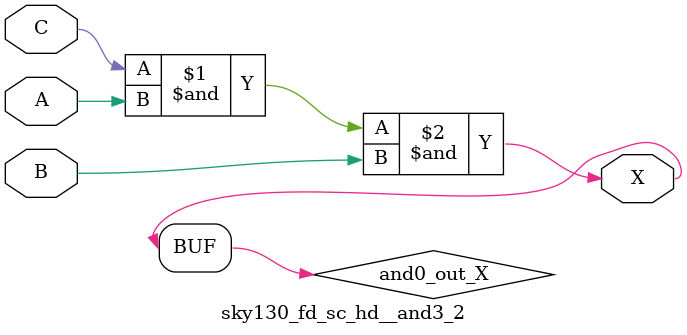
<source format=v>
/*
 * Copyright 2020 The SkyWater PDK Authors
 *
 * Licensed under the Apache License, Version 2.0 (the "License");
 * you may not use this file except in compliance with the License.
 * You may obtain a copy of the License at
 *
 *     https://www.apache.org/licenses/LICENSE-2.0
 *
 * Unless required by applicable law or agreed to in writing, software
 * distributed under the License is distributed on an "AS IS" BASIS,
 * WITHOUT WARRANTIES OR CONDITIONS OF ANY KIND, either express or implied.
 * See the License for the specific language governing permissions and
 * limitations under the License.
 *
 * SPDX-License-Identifier: Apache-2.0
*/


`ifndef SKY130_FD_SC_HD__AND3_2_FUNCTIONAL_V
`define SKY130_FD_SC_HD__AND3_2_FUNCTIONAL_V

/**
 * and3: 3-input AND.
 *
 * Verilog simulation functional model.
 */

`timescale 1ns / 1ps
`default_nettype none

`celldefine
module sky130_fd_sc_hd__and3_2 (
    X,
    A,
    B,
    C
);

    // Module ports
    output X;
    input  A;
    input  B;
    input  C;

    // Local signals
    wire and0_out_X;

    //  Name  Output      Other arguments
    and and0 (and0_out_X, C, A, B        );
    buf buf0 (X         , and0_out_X     );

endmodule
`endcelldefine

`default_nettype wire
`endif  // SKY130_FD_SC_HD__AND3_2_FUNCTIONAL_V

</source>
